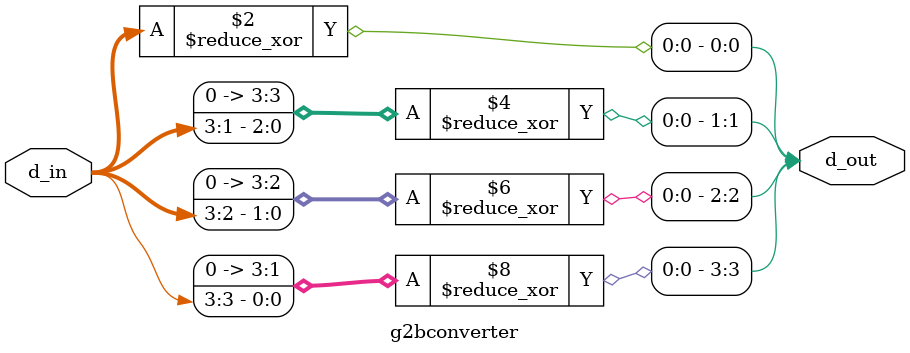
<source format=v>
module g2bconverter #(parameter width =4)(output wire [width-1:0]d_out, input wire [width-1:0]d_in);
  genvar i;
  generate
    for(i=0;i<width;i=i+1) begin
      assign d_out[i] = ^(d_in >> i);
    end
  endgenerate
            
        
endmodule    
</source>
